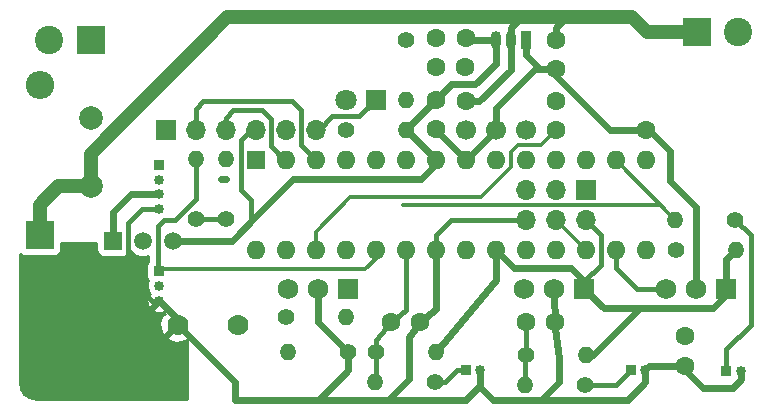
<source format=gtl>
G04 #@! TF.FileFunction,Copper,L1,Top,Signal*
%FSLAX46Y46*%
G04 Gerber Fmt 4.6, Leading zero omitted, Abs format (unit mm)*
G04 Created by KiCad (PCBNEW 4.0.7) date 06/15/19 11:12:25*
%MOMM*%
%LPD*%
G01*
G04 APERTURE LIST*
%ADD10C,0.100000*%
%ADD11R,1.600000X1.600000*%
%ADD12O,1.600000X1.600000*%
%ADD13R,2.400000X2.400000*%
%ADD14C,2.400000*%
%ADD15C,1.700000*%
%ADD16O,2.400000X2.400000*%
%ADD17C,1.750000*%
%ADD18R,1.750000X1.750000*%
%ADD19C,1.778000*%
%ADD20C,1.400000*%
%ADD21O,1.400000X1.400000*%
%ADD22C,1.600000*%
%ADD23R,1.800000X1.800000*%
%ADD24C,1.800000*%
%ADD25R,0.850000X0.850000*%
%ADD26C,0.850000*%
%ADD27O,0.900000X1.500000*%
%ADD28R,0.900000X1.500000*%
%ADD29R,1.700000X1.700000*%
%ADD30O,1.700000X1.700000*%
%ADD31C,2.000000*%
%ADD32C,1.520000*%
%ADD33R,1.520000X1.520000*%
%ADD34C,0.609600*%
%ADD35C,0.406400*%
%ADD36C,0.304800*%
%ADD37C,1.200000*%
%ADD38C,0.254000*%
G04 APERTURE END LIST*
D10*
D11*
X57658000Y-98425000D03*
D12*
X90678000Y-106045000D03*
X60198000Y-98425000D03*
X88138000Y-106045000D03*
X62738000Y-98425000D03*
X85598000Y-106045000D03*
X65278000Y-98425000D03*
X83058000Y-106045000D03*
X67818000Y-98425000D03*
X80518000Y-106045000D03*
X70358000Y-98425000D03*
X77978000Y-106045000D03*
X72898000Y-98425000D03*
X75438000Y-106045000D03*
X75438000Y-98425000D03*
X72898000Y-106045000D03*
X77978000Y-98425000D03*
X70358000Y-106045000D03*
X80518000Y-98425000D03*
X67818000Y-106045000D03*
X83058000Y-98425000D03*
X65278000Y-106045000D03*
X85598000Y-98425000D03*
X62738000Y-106045000D03*
X88138000Y-98425000D03*
X60198000Y-106045000D03*
X90678000Y-98425000D03*
X57658000Y-106045000D03*
D13*
X94998000Y-87630000D03*
D14*
X98498000Y-87630000D03*
D13*
X43688000Y-88265000D03*
D14*
X40188000Y-88265000D03*
D15*
X80518000Y-95885000D03*
X78018000Y-95885000D03*
X75518000Y-95885000D03*
D13*
X39370000Y-104775000D03*
D16*
X39370000Y-92075000D03*
D17*
X92418000Y-109365000D03*
X94958000Y-109365000D03*
D18*
X97498000Y-109365000D03*
D19*
X51054000Y-112395000D03*
X56134000Y-112395000D03*
D20*
X93258000Y-106045000D03*
D21*
X98338000Y-106045000D03*
D20*
X80558000Y-114935000D03*
D21*
X85638000Y-114935000D03*
D20*
X98258000Y-103505000D03*
D21*
X93178000Y-103505000D03*
D20*
X85558000Y-117475000D03*
D21*
X80478000Y-117475000D03*
D22*
X83058000Y-88265000D03*
X83058000Y-90765000D03*
X75438000Y-88138000D03*
X72938000Y-88138000D03*
X80518000Y-112141000D03*
X83018000Y-112141000D03*
X93998000Y-113365000D03*
X93998000Y-115865000D03*
D23*
X67818000Y-93345000D03*
D24*
X65278000Y-93345000D03*
D25*
X97498000Y-116365000D03*
D26*
X98748000Y-116365000D03*
D27*
X79248000Y-88265000D03*
X77978000Y-88265000D03*
D28*
X80518000Y-88265000D03*
D25*
X49498000Y-98865000D03*
D26*
X49498000Y-100115000D03*
X49498000Y-101365000D03*
X49498000Y-102615000D03*
D22*
X72898000Y-93345000D03*
X72898000Y-95845000D03*
X72898000Y-90551000D03*
X75398000Y-90551000D03*
D20*
X65318000Y-95885000D03*
D21*
X70398000Y-95885000D03*
D22*
X69088000Y-112141000D03*
X71588000Y-112141000D03*
D20*
X72858000Y-117221000D03*
D21*
X67778000Y-117221000D03*
D20*
X67858000Y-114681000D03*
D21*
X72938000Y-114681000D03*
D17*
X80418000Y-109365000D03*
X82958000Y-109365000D03*
D18*
X85498000Y-109365000D03*
D17*
X60418000Y-109365000D03*
X62958000Y-109365000D03*
D18*
X65498000Y-109365000D03*
D20*
X52578000Y-103465000D03*
D21*
X52578000Y-98385000D03*
D20*
X55118000Y-103465000D03*
D21*
X55118000Y-98385000D03*
D29*
X50038000Y-95885000D03*
D30*
X52578000Y-95885000D03*
X55118000Y-95885000D03*
X57658000Y-95885000D03*
X60198000Y-95885000D03*
X62738000Y-95885000D03*
D31*
X43688000Y-100690000D03*
X43688000Y-94890000D03*
D25*
X49498000Y-107865000D03*
D26*
X49498000Y-109115000D03*
X49498000Y-110365000D03*
D25*
X75438000Y-116205000D03*
D26*
X76688000Y-116205000D03*
D25*
X89408000Y-116205000D03*
D26*
X90658000Y-116205000D03*
D20*
X70358000Y-88305000D03*
D21*
X70358000Y-93385000D03*
D22*
X83058000Y-93472000D03*
X75438000Y-93472000D03*
X83058000Y-95885000D03*
X90678000Y-95885000D03*
D20*
X65492000Y-114681000D03*
D21*
X60412000Y-114681000D03*
D20*
X60238000Y-111760000D03*
D21*
X65318000Y-111760000D03*
D32*
X48133000Y-105283000D03*
X50673000Y-105283000D03*
D33*
X45593000Y-105283000D03*
D29*
X85598000Y-100965000D03*
D30*
X85598000Y-103505000D03*
X83058000Y-100965000D03*
X83058000Y-103505000D03*
X80518000Y-100965000D03*
X80518000Y-103505000D03*
D34*
X55118000Y-100076000D02*
X54737000Y-100076000D01*
X55118000Y-100076000D02*
X54864000Y-100076000D01*
D35*
X65318000Y-95885000D02*
X65278000Y-95885000D01*
X80518000Y-103505000D02*
X74168000Y-103505000D01*
X72898000Y-104775000D02*
X72898000Y-106045000D01*
X74168000Y-103505000D02*
X72898000Y-104775000D01*
D34*
X51054000Y-112395000D02*
X51054000Y-111921000D01*
X51054000Y-111921000D02*
X49498000Y-110365000D01*
X55880000Y-118745000D02*
X55880000Y-117221000D01*
X62992000Y-118745000D02*
X55880000Y-118745000D01*
X55880000Y-117221000D02*
X51054000Y-112395000D01*
D35*
X49498000Y-102615000D02*
X48007000Y-102615000D01*
X48897000Y-110365000D02*
X49498000Y-110365000D01*
X46863000Y-108331000D02*
X48897000Y-110365000D01*
X46863000Y-103759000D02*
X46863000Y-108331000D01*
X48007000Y-102615000D02*
X46863000Y-103759000D01*
D34*
X62958000Y-109365000D02*
X62958000Y-112147000D01*
X62958000Y-112147000D02*
X65492000Y-114681000D01*
X65492000Y-114681000D02*
X65492000Y-116245000D01*
X65492000Y-116245000D02*
X62992000Y-118745000D01*
X64516000Y-118745000D02*
X62992000Y-118745000D01*
X64516000Y-118745000D02*
X68072000Y-118745000D01*
X68834000Y-118745000D02*
X68072000Y-118745000D01*
X71588000Y-112141000D02*
X71588000Y-112181000D01*
X71588000Y-112181000D02*
X70612000Y-113411000D01*
X70612000Y-116967000D02*
X68834000Y-118745000D01*
X70612000Y-113411000D02*
X70612000Y-116967000D01*
D35*
X62738000Y-95885000D02*
X62992000Y-95885000D01*
X62992000Y-95885000D02*
X64135000Y-94742000D01*
X64135000Y-94742000D02*
X66421000Y-94742000D01*
X66421000Y-94742000D02*
X67818000Y-93345000D01*
D34*
X90678000Y-95885000D02*
X90932000Y-95885000D01*
X90932000Y-95885000D02*
X92710000Y-97663000D01*
X94958000Y-102451000D02*
X94958000Y-109365000D01*
X92710000Y-100203000D02*
X94958000Y-102451000D01*
X92710000Y-97663000D02*
X92710000Y-100203000D01*
X93998000Y-115865000D02*
X93998000Y-116223000D01*
X93998000Y-116223000D02*
X95504000Y-117729000D01*
X98748000Y-117025000D02*
X98748000Y-116365000D01*
X98044000Y-117729000D02*
X98748000Y-117025000D01*
X95504000Y-117729000D02*
X98044000Y-117729000D01*
X93998000Y-115865000D02*
X90998000Y-115865000D01*
X90998000Y-115865000D02*
X90658000Y-116205000D01*
X90678000Y-95885000D02*
X87630000Y-95885000D01*
X87630000Y-95885000D02*
X83058000Y-91313000D01*
X83058000Y-91313000D02*
X83058000Y-90765000D01*
X78018000Y-95885000D02*
X78018000Y-94067000D01*
X81320000Y-90765000D02*
X83058000Y-90765000D01*
X78018000Y-94067000D02*
X81320000Y-90765000D01*
X83058000Y-90765000D02*
X81748000Y-90765000D01*
X81748000Y-90765000D02*
X80518000Y-89535000D01*
X80518000Y-89535000D02*
X80518000Y-88265000D01*
X82958000Y-109365000D02*
X82958000Y-109795000D01*
X82958000Y-109795000D02*
X83018000Y-112141000D01*
X72898000Y-106045000D02*
X72898000Y-111085000D01*
X72898000Y-111085000D02*
X71588000Y-112141000D01*
X72898000Y-95845000D02*
X72898000Y-95885000D01*
X72898000Y-95885000D02*
X75438000Y-98425000D01*
X67818000Y-93345000D02*
X67858000Y-93345000D01*
X75438000Y-98425000D02*
X75478000Y-98425000D01*
X75478000Y-98425000D02*
X78018000Y-95885000D01*
X71588000Y-112141000D02*
X71374000Y-112141000D01*
X68834000Y-118745000D02*
X75438000Y-118745000D01*
X75438000Y-118745000D02*
X76688000Y-117495000D01*
X76688000Y-117495000D02*
X76688000Y-116205000D01*
X72938000Y-95885000D02*
X72898000Y-95845000D01*
X83018000Y-112141000D02*
X83018000Y-112689000D01*
X83018000Y-112689000D02*
X83312000Y-115189000D01*
X83312000Y-117221000D02*
X81788000Y-118745000D01*
X83312000Y-115189000D02*
X83312000Y-117221000D01*
X76688000Y-116205000D02*
X76688000Y-117709000D01*
X90658000Y-117241000D02*
X90658000Y-116205000D01*
X89154000Y-118745000D02*
X90658000Y-117241000D01*
X77724000Y-118745000D02*
X81788000Y-118745000D01*
X81788000Y-118745000D02*
X89154000Y-118745000D01*
X76688000Y-117709000D02*
X77724000Y-118745000D01*
D35*
X69088000Y-112141000D02*
X67818000Y-113665000D01*
X67818000Y-113665000D02*
X67818000Y-114641000D01*
X67818000Y-114641000D02*
X67858000Y-114681000D01*
X67858000Y-114681000D02*
X67858000Y-117141000D01*
X67858000Y-117141000D02*
X67778000Y-117221000D01*
X69088000Y-112141000D02*
X69088000Y-112181000D01*
X70358000Y-106045000D02*
X70358000Y-111125000D01*
X70358000Y-111125000D02*
X69088000Y-112141000D01*
D36*
X67818000Y-106045000D02*
X67818000Y-106807000D01*
X67818000Y-106807000D02*
X66929000Y-107696000D01*
X66929000Y-107696000D02*
X49667000Y-107696000D01*
X49667000Y-107696000D02*
X49498000Y-107865000D01*
D35*
X52578000Y-98385000D02*
X52578000Y-101727000D01*
X52578000Y-101727000D02*
X50800000Y-103505000D01*
X50800000Y-103505000D02*
X49911000Y-103505000D01*
X49911000Y-103505000D02*
X49403000Y-104013000D01*
X49403000Y-104013000D02*
X49403000Y-107770000D01*
X49403000Y-107770000D02*
X49498000Y-107865000D01*
D36*
X65659000Y-101600000D02*
X62738000Y-104521000D01*
X83058000Y-95885000D02*
X81788000Y-97155000D01*
X76708000Y-101600000D02*
X65659000Y-101600000D01*
X79248000Y-99060000D02*
X76708000Y-101600000D01*
X79248000Y-97790000D02*
X79248000Y-99060000D01*
X79883000Y-97155000D02*
X79248000Y-97790000D01*
X81788000Y-97155000D02*
X79883000Y-97155000D01*
X62738000Y-104521000D02*
X62738000Y-106045000D01*
X88138000Y-98425000D02*
X88138000Y-98465000D01*
X88138000Y-98465000D02*
X93178000Y-103505000D01*
X91908000Y-102235000D02*
X93178000Y-103505000D01*
X70104000Y-102235000D02*
X91908000Y-102235000D01*
D35*
X80558000Y-114935000D02*
X80558000Y-114895000D01*
X80558000Y-114895000D02*
X80518000Y-112141000D01*
X80478000Y-117475000D02*
X80478000Y-115015000D01*
X80478000Y-115015000D02*
X80558000Y-114935000D01*
D34*
X77978000Y-88265000D02*
X77978000Y-90297000D01*
X74231500Y-92011500D02*
X72898000Y-93345000D01*
X76263500Y-92011500D02*
X74231500Y-92011500D01*
X77978000Y-90297000D02*
X76263500Y-92011500D01*
X77978000Y-88265000D02*
X75565000Y-88265000D01*
X75565000Y-88265000D02*
X75438000Y-88138000D01*
X85498000Y-109365000D02*
X85498000Y-108739000D01*
X85498000Y-108739000D02*
X84328000Y-107569000D01*
X79502000Y-107569000D02*
X77978000Y-106045000D01*
X84328000Y-107569000D02*
X79502000Y-107569000D01*
D35*
X85498000Y-109365000D02*
X85498000Y-108685000D01*
X85498000Y-108685000D02*
X86868000Y-107315000D01*
X86868000Y-104775000D02*
X85598000Y-103505000D01*
X86868000Y-107315000D02*
X86868000Y-104775000D01*
D34*
X50673000Y-105283000D02*
X55626000Y-105283000D01*
X56134000Y-104775000D02*
X57277000Y-103632000D01*
X55626000Y-105283000D02*
X56134000Y-104775000D01*
D35*
X57658000Y-95885000D02*
X57277000Y-95885000D01*
X57277000Y-95885000D02*
X56388000Y-96774000D01*
X56388000Y-96774000D02*
X56388000Y-100965000D01*
X56388000Y-100965000D02*
X57277000Y-101854000D01*
X57277000Y-101854000D02*
X57277000Y-103632000D01*
D34*
X97498000Y-109365000D02*
X97498000Y-106885000D01*
X97498000Y-106885000D02*
X98338000Y-106045000D01*
X85498000Y-109365000D02*
X85498000Y-108993000D01*
X77978000Y-106045000D02*
X77978000Y-108625000D01*
X77978000Y-108625000D02*
X72938000Y-114681000D01*
X72898000Y-98425000D02*
X72898000Y-98806000D01*
X72898000Y-98806000D02*
X71628000Y-100076000D01*
X98578000Y-105897000D02*
X98578000Y-106365000D01*
X72898000Y-98425000D02*
X72898000Y-98385000D01*
X72898000Y-98385000D02*
X70398000Y-95885000D01*
X85498000Y-109365000D02*
X85498000Y-109247000D01*
X85638000Y-114935000D02*
X86233000Y-114935000D01*
X86233000Y-114935000D02*
X90170000Y-110998000D01*
X97498000Y-109365000D02*
X97498000Y-109893000D01*
X97498000Y-109893000D02*
X96393000Y-110998000D01*
X96393000Y-110998000D02*
X90170000Y-110998000D01*
X90170000Y-110998000D02*
X87131000Y-110998000D01*
X87131000Y-110998000D02*
X85498000Y-109365000D01*
X72898000Y-93345000D02*
X73025000Y-93345000D01*
X70398000Y-95885000D02*
X70398000Y-95845000D01*
X70398000Y-95845000D02*
X72898000Y-93345000D01*
X70358000Y-95925000D02*
X70398000Y-95885000D01*
X71628000Y-100076000D02*
X60960000Y-100076000D01*
X57277000Y-103632000D02*
X60833000Y-100076000D01*
D36*
X83058000Y-103505000D02*
X85598000Y-106045000D01*
D35*
X88138000Y-106045000D02*
X88138000Y-107569000D01*
X89934000Y-109365000D02*
X92418000Y-109365000D01*
X88138000Y-107569000D02*
X89934000Y-109365000D01*
X60198000Y-98425000D02*
X60071000Y-98425000D01*
X60071000Y-98425000D02*
X58928000Y-97282000D01*
X55118000Y-94869000D02*
X55118000Y-95885000D01*
X55753000Y-94234000D02*
X55118000Y-94869000D01*
X58166000Y-94234000D02*
X55753000Y-94234000D01*
X58928000Y-94996000D02*
X58166000Y-94234000D01*
X58928000Y-97282000D02*
X58928000Y-94996000D01*
X52578000Y-95885000D02*
X52578000Y-94107000D01*
X61468000Y-97155000D02*
X62738000Y-98425000D01*
X61468000Y-94234000D02*
X61468000Y-97155000D01*
X60706000Y-93472000D02*
X61468000Y-94234000D01*
X53213000Y-93472000D02*
X60706000Y-93472000D01*
X52578000Y-94107000D02*
X53213000Y-93472000D01*
X85558000Y-117475000D02*
X88138000Y-117475000D01*
X88138000Y-117475000D02*
X89408000Y-116205000D01*
X72858000Y-117221000D02*
X73660000Y-117221000D01*
X74676000Y-116205000D02*
X75438000Y-116205000D01*
X73660000Y-117221000D02*
X74676000Y-116205000D01*
D34*
X84582000Y-86365000D02*
X83942000Y-86365000D01*
X83058000Y-87249000D02*
X83058000Y-88265000D01*
X83942000Y-86365000D02*
X83058000Y-87249000D01*
X80264000Y-86365000D02*
X80132000Y-86365000D01*
X79248000Y-87249000D02*
X79248000Y-88265000D01*
X80132000Y-86365000D02*
X79248000Y-87249000D01*
X75438000Y-93472000D02*
X76581000Y-93472000D01*
X76581000Y-93472000D02*
X79248000Y-90805000D01*
X79248000Y-90805000D02*
X79248000Y-88265000D01*
D37*
X94998000Y-87630000D02*
X90763000Y-87630000D01*
X43688000Y-97917000D02*
X43688000Y-100690000D01*
X55240000Y-86365000D02*
X43688000Y-97917000D01*
X89498000Y-86365000D02*
X84582000Y-86365000D01*
X84582000Y-86365000D02*
X80264000Y-86365000D01*
X80264000Y-86365000D02*
X55240000Y-86365000D01*
X90763000Y-87630000D02*
X89498000Y-86365000D01*
X39370000Y-104775000D02*
X39370000Y-102235000D01*
X40915000Y-100690000D02*
X43688000Y-100690000D01*
X39370000Y-102235000D02*
X40915000Y-100690000D01*
D35*
X97498000Y-116365000D02*
X97498000Y-114465000D01*
X99568000Y-104815000D02*
X98258000Y-103505000D01*
X99568000Y-112395000D02*
X99568000Y-104815000D01*
X97498000Y-114465000D02*
X99568000Y-112395000D01*
X52578000Y-103465000D02*
X55118000Y-103465000D01*
D34*
X45593000Y-105283000D02*
X45593000Y-102870000D01*
X47098000Y-101365000D02*
X49498000Y-101365000D01*
X45593000Y-102870000D02*
X47098000Y-101365000D01*
D38*
G36*
X44185560Y-106043000D02*
X44229838Y-106278317D01*
X44368910Y-106494441D01*
X44581110Y-106639431D01*
X44833000Y-106690440D01*
X46353000Y-106690440D01*
X46588317Y-106646162D01*
X46804441Y-106507090D01*
X46949431Y-106294890D01*
X46986969Y-106109520D01*
X47341764Y-106464934D01*
X47854300Y-106677758D01*
X48409265Y-106678242D01*
X48564800Y-106613976D01*
X48564800Y-107058980D01*
X48476569Y-107188110D01*
X48425560Y-107440000D01*
X48425560Y-108290000D01*
X48469838Y-108525317D01*
X48545975Y-108643637D01*
X48438184Y-108903228D01*
X48437816Y-109324922D01*
X48598851Y-109714658D01*
X48701276Y-109817262D01*
X48555050Y-109836887D01*
X48424728Y-110237939D01*
X48457801Y-110658334D01*
X48555050Y-110893113D01*
X48762447Y-110920948D01*
X49318395Y-110365000D01*
X49304253Y-110350858D01*
X49480125Y-110174985D01*
X49487597Y-110174992D01*
X49498000Y-110185395D01*
X49508385Y-110175010D01*
X49515907Y-110175017D01*
X49691748Y-110350858D01*
X49677605Y-110365000D01*
X49691748Y-110379143D01*
X49512143Y-110558748D01*
X49498000Y-110544605D01*
X48942052Y-111100553D01*
X48969887Y-111307950D01*
X49370939Y-111438272D01*
X49791334Y-111405199D01*
X49891198Y-111363834D01*
X49867212Y-111387820D01*
X49981802Y-111502410D01*
X49726461Y-111587467D01*
X49518484Y-112156965D01*
X49544277Y-112762700D01*
X49726461Y-113202533D01*
X49981804Y-113287591D01*
X50874395Y-112395000D01*
X50860253Y-112380858D01*
X51039858Y-112201253D01*
X51054000Y-112215395D01*
X51068143Y-112201253D01*
X51247748Y-112380858D01*
X51233605Y-112395000D01*
X51247748Y-112409143D01*
X51068143Y-112588748D01*
X51054000Y-112574605D01*
X50161409Y-113467196D01*
X50246467Y-113722539D01*
X50815965Y-113930516D01*
X51421700Y-113904723D01*
X51861533Y-113722539D01*
X51871000Y-113694119D01*
X51871000Y-118655000D01*
X39067931Y-118655000D01*
X38509660Y-118543953D01*
X38095669Y-118267333D01*
X37819046Y-117853338D01*
X37708000Y-117295069D01*
X37708000Y-106427869D01*
X37918110Y-106571431D01*
X38170000Y-106622440D01*
X40570000Y-106622440D01*
X40805317Y-106578162D01*
X41021441Y-106439090D01*
X41166431Y-106226890D01*
X41217440Y-105975000D01*
X41217440Y-105492000D01*
X44185560Y-105492000D01*
X44185560Y-106043000D01*
X44185560Y-106043000D01*
G37*
X44185560Y-106043000D02*
X44229838Y-106278317D01*
X44368910Y-106494441D01*
X44581110Y-106639431D01*
X44833000Y-106690440D01*
X46353000Y-106690440D01*
X46588317Y-106646162D01*
X46804441Y-106507090D01*
X46949431Y-106294890D01*
X46986969Y-106109520D01*
X47341764Y-106464934D01*
X47854300Y-106677758D01*
X48409265Y-106678242D01*
X48564800Y-106613976D01*
X48564800Y-107058980D01*
X48476569Y-107188110D01*
X48425560Y-107440000D01*
X48425560Y-108290000D01*
X48469838Y-108525317D01*
X48545975Y-108643637D01*
X48438184Y-108903228D01*
X48437816Y-109324922D01*
X48598851Y-109714658D01*
X48701276Y-109817262D01*
X48555050Y-109836887D01*
X48424728Y-110237939D01*
X48457801Y-110658334D01*
X48555050Y-110893113D01*
X48762447Y-110920948D01*
X49318395Y-110365000D01*
X49304253Y-110350858D01*
X49480125Y-110174985D01*
X49487597Y-110174992D01*
X49498000Y-110185395D01*
X49508385Y-110175010D01*
X49515907Y-110175017D01*
X49691748Y-110350858D01*
X49677605Y-110365000D01*
X49691748Y-110379143D01*
X49512143Y-110558748D01*
X49498000Y-110544605D01*
X48942052Y-111100553D01*
X48969887Y-111307950D01*
X49370939Y-111438272D01*
X49791334Y-111405199D01*
X49891198Y-111363834D01*
X49867212Y-111387820D01*
X49981802Y-111502410D01*
X49726461Y-111587467D01*
X49518484Y-112156965D01*
X49544277Y-112762700D01*
X49726461Y-113202533D01*
X49981804Y-113287591D01*
X50874395Y-112395000D01*
X50860253Y-112380858D01*
X51039858Y-112201253D01*
X51054000Y-112215395D01*
X51068143Y-112201253D01*
X51247748Y-112380858D01*
X51233605Y-112395000D01*
X51247748Y-112409143D01*
X51068143Y-112588748D01*
X51054000Y-112574605D01*
X50161409Y-113467196D01*
X50246467Y-113722539D01*
X50815965Y-113930516D01*
X51421700Y-113904723D01*
X51861533Y-113722539D01*
X51871000Y-113694119D01*
X51871000Y-118655000D01*
X39067931Y-118655000D01*
X38509660Y-118543953D01*
X38095669Y-118267333D01*
X37819046Y-117853338D01*
X37708000Y-117295069D01*
X37708000Y-106427869D01*
X37918110Y-106571431D01*
X38170000Y-106622440D01*
X40570000Y-106622440D01*
X40805317Y-106578162D01*
X41021441Y-106439090D01*
X41166431Y-106226890D01*
X41217440Y-105975000D01*
X41217440Y-105492000D01*
X44185560Y-105492000D01*
X44185560Y-106043000D01*
M02*

</source>
